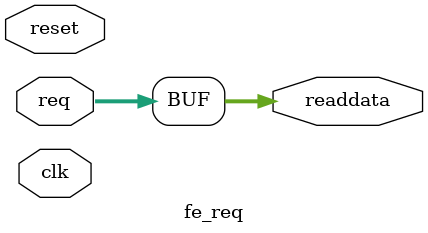
<source format=v>
module fe_req(
	// unused
	input wire clk,
	input wire reset,

	// requests
	input wire [31:0] req,

	// Avalon slave
	output wire [31:0] readdata
);
	assign readdata = req;
endmodule

</source>
